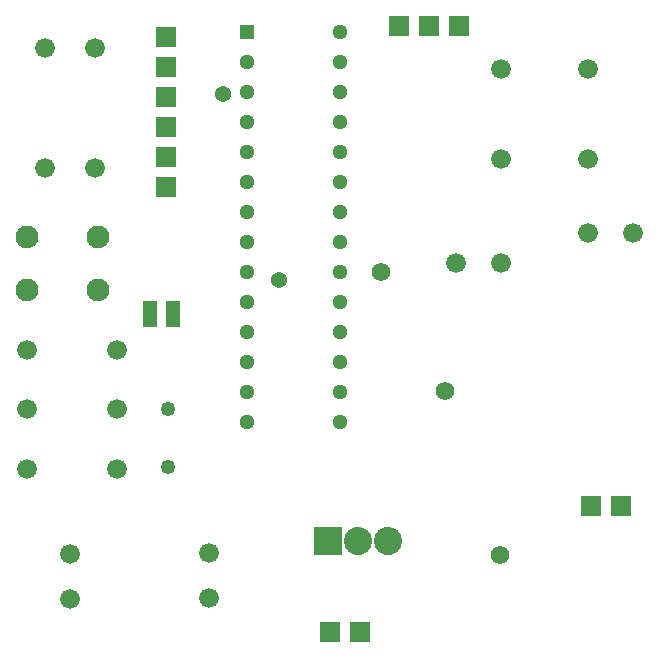
<source format=gbr>
G04 EasyPC Gerber Version 21.0.3 Build 4286 *
G04 #@! TF.Part,Single*
G04 #@! TF.FileFunction,Soldermask,Bot *
G04 #@! TF.FilePolarity,Negative *
%FSLAX35Y35*%
%MOIN*%
G04 #@! TA.AperFunction,ComponentPad*
%ADD95R,0.04600X0.08600*%
%ADD93R,0.05061X0.05061*%
%ADD24R,0.06600X0.06600*%
%ADD106R,0.09399X0.09399*%
%ADD96C,0.04931*%
%ADD94C,0.05061*%
G04 #@! TA.AperFunction,ViaPad*
%ADD99C,0.05400*%
%ADD98C,0.06200*%
G04 #@! TA.AperFunction,WasherPad*
%ADD22C,0.06600*%
G04 #@! TA.AperFunction,ComponentPad*
%ADD97C,0.07600*%
%ADD107C,0.09399*%
X0Y0D02*
D02*
D22*
X17050Y68650D03*
Y88450D03*
Y108250D03*
X23050Y168850D03*
Y208850D03*
X31474Y25200D03*
Y40200D03*
X39850Y168850D03*
Y208850D03*
X47050Y68650D03*
Y88450D03*
Y108250D03*
X77650Y25450D03*
Y40450D03*
X160124Y137350D03*
X175124D03*
Y171850D03*
Y201850D03*
X203874Y147350D03*
Y171850D03*
Y201850D03*
X218874Y147350D03*
D02*
D24*
X63250Y162650D03*
Y172650D03*
Y182650D03*
Y192650D03*
Y202650D03*
Y212650D03*
X118050Y14050D03*
X128050D03*
X141050Y216250D03*
X151050D03*
X161050D03*
X205124Y56100D03*
X215124D03*
D02*
D93*
X90224Y214050D03*
D02*
D94*
Y84050D03*
Y94050D03*
Y104050D03*
Y114050D03*
Y124050D03*
Y134050D03*
Y144050D03*
Y154050D03*
Y164050D03*
Y174050D03*
Y184050D03*
Y194050D03*
Y204050D03*
X121476Y84050D03*
Y94050D03*
Y104050D03*
Y114050D03*
Y124050D03*
Y134050D03*
Y144050D03*
Y154050D03*
Y164050D03*
Y174050D03*
Y184050D03*
Y194050D03*
Y204050D03*
Y214050D03*
D02*
D95*
X58150Y120250D03*
X65650D03*
D02*
D96*
X63874Y69244D03*
Y88456D03*
D02*
D97*
X17050Y128050D03*
Y145767D03*
X40672Y128050D03*
Y145767D03*
D02*
D98*
X135035Y134050D03*
X156374Y94450D03*
X174850Y39850D03*
D02*
D99*
X82450Y193450D03*
X101050Y131650D03*
D02*
D106*
X117250Y44650D03*
D02*
D107*
X127250D03*
X137250D03*
X0Y0D02*
M02*

</source>
